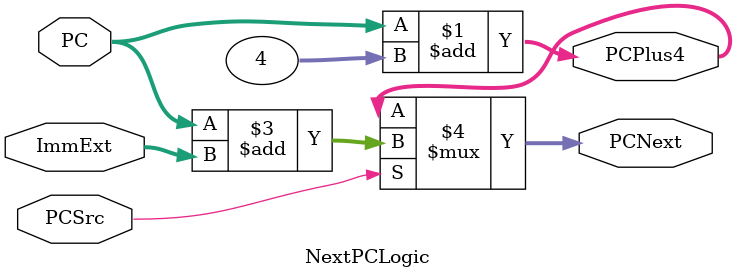
<source format=v>

module NextPCLogic(PCNext, PCPlus4, PC, ImmExt, PCSrc);
       input [63:0] PC, ImmExt;
       input PCSrc;
       output [63:0] PCNext, PCPlus4;
       /* write your code here */
	assign PCPlus4=PC+4;
        assign PCNext=(PCSrc==1)?PC+ ImmExt:PCPlus4;
endmodule

</source>
